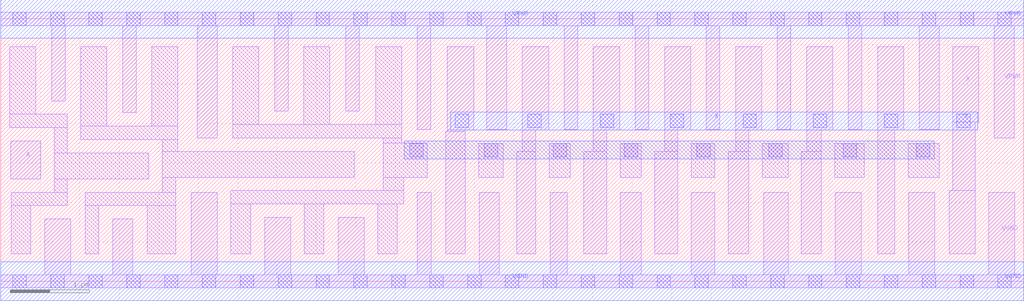
<source format=lef>
# Copyright 2020 The SkyWater PDK Authors
#
# Licensed under the Apache License, Version 2.0 (the "License");
# you may not use this file except in compliance with the License.
# You may obtain a copy of the License at
#
#     https://www.apache.org/licenses/LICENSE-2.0
#
# Unless required by applicable law or agreed to in writing, software
# distributed under the License is distributed on an "AS IS" BASIS,
# WITHOUT WARRANTIES OR CONDITIONS OF ANY KIND, either express or implied.
# See the License for the specific language governing permissions and
# limitations under the License.
#
# SPDX-License-Identifier: Apache-2.0

VERSION 5.7 ;
  NAMESCASESENSITIVE ON ;
  NOWIREEXTENSIONATPIN ON ;
  DIVIDERCHAR "/" ;
  BUSBITCHARS "[]" ;
UNITS
  DATABASE MICRONS 200 ;
END UNITS
MACRO sky130_fd_sc_ls__bufbuf_16
  CLASS CORE ;
  SOURCE USER ;
  FOREIGN sky130_fd_sc_ls__bufbuf_16 ;
  ORIGIN  0.000000  0.000000 ;
  SIZE  12.96000 BY  3.330000 ;
  SYMMETRY X Y ;
  SITE unit ;
  PIN A
    ANTENNAGATEAREA  0.279000 ;
    DIRECTION INPUT ;
    USE SIGNAL ;
    PORT
      LAYER li1 ;
        RECT 0.125000 1.300000 0.505000 1.780000 ;
    END
  END A
  PIN X
    ANTENNADIFFAREA  4.401600 ;
    DIRECTION OUTPUT ;
    USE SIGNAL ;
    PORT
      LAYER li1 ;
        RECT  5.635000 0.350000  5.885000 1.900000 ;
        RECT  5.660000 1.900000  5.885000 1.920000 ;
        RECT  5.660000 1.920000  5.990000 2.980000 ;
        RECT  6.535000 0.350000  6.780000 1.650000 ;
        RECT  6.610000 1.650000  6.780000 1.920000 ;
        RECT  6.610000 1.920000  6.940000 2.980000 ;
        RECT  7.385000 0.350000  7.680000 1.650000 ;
        RECT  7.510000 1.650000  7.680000 1.920000 ;
        RECT  7.510000 1.920000  7.840000 2.980000 ;
        RECT  8.285000 0.350000  8.580000 1.650000 ;
        RECT  8.410000 1.650000  8.580000 1.920000 ;
        RECT  8.410000 1.920000  8.740000 2.980000 ;
        RECT  9.215000 0.350000  9.480000 1.650000 ;
        RECT  9.310000 1.650000  9.480000 1.920000 ;
        RECT  9.310000 1.920000  9.640000 2.980000 ;
        RECT 10.145000 0.350000 10.395000 1.650000 ;
        RECT 10.210000 1.650000 10.395000 1.920000 ;
        RECT 10.210000 1.920000 10.540000 2.980000 ;
        RECT 11.110000 0.350000 11.325000 1.920000 ;
        RECT 11.110000 1.920000 11.440000 2.980000 ;
        RECT 12.015000 0.350000 12.345000 1.150000 ;
        RECT 12.060000 1.150000 12.345000 2.020000 ;
        RECT 12.060000 2.020000 12.390000 2.980000 ;
      LAYER mcon ;
        RECT  5.760000 1.950000  5.930000 2.120000 ;
        RECT  6.675000 1.950000  6.845000 2.120000 ;
        RECT  7.595000 1.950000  7.765000 2.120000 ;
        RECT  8.485000 1.950000  8.655000 2.120000 ;
        RECT  9.405000 1.950000  9.575000 2.120000 ;
        RECT 10.295000 1.950000 10.465000 2.120000 ;
        RECT 11.195000 1.950000 11.365000 2.120000 ;
        RECT 12.115000 1.950000 12.285000 2.120000 ;
      LAYER met1 ;
        RECT 5.700000 1.920000 12.380000 2.150000 ;
    END
  END X
  PIN VGND
    DIRECTION INOUT ;
    SHAPE ABUTMENT ;
    USE GROUND ;
    PORT
      LAYER li1 ;
        RECT  0.000000 -0.085000 12.960000 0.085000 ;
        RECT  0.560000  0.085000  0.890000 0.790000 ;
        RECT  1.420000  0.085000  1.670000 0.790000 ;
        RECT  2.415000  0.085000  2.745000 1.130000 ;
        RECT  3.345000  0.085000  3.675000 0.810000 ;
        RECT  4.275000  0.085000  4.605000 0.810000 ;
        RECT  5.275000  0.085000  5.455000 1.130000 ;
        RECT  6.065000  0.085000  6.315000 1.130000 ;
        RECT  6.960000  0.085000  7.175000 1.130000 ;
        RECT  7.850000  0.085000  8.115000 1.130000 ;
        RECT  8.750000  0.085000  9.045000 1.130000 ;
        RECT  9.665000  0.085000  9.975000 1.130000 ;
        RECT 10.575000  0.085000 10.905000 1.130000 ;
        RECT 11.505000  0.085000 11.835000 1.130000 ;
        RECT 12.515000  0.085000 12.845000 1.130000 ;
      LAYER mcon ;
        RECT  0.155000 -0.085000  0.325000 0.085000 ;
        RECT  0.635000 -0.085000  0.805000 0.085000 ;
        RECT  1.115000 -0.085000  1.285000 0.085000 ;
        RECT  1.595000 -0.085000  1.765000 0.085000 ;
        RECT  2.075000 -0.085000  2.245000 0.085000 ;
        RECT  2.555000 -0.085000  2.725000 0.085000 ;
        RECT  3.035000 -0.085000  3.205000 0.085000 ;
        RECT  3.515000 -0.085000  3.685000 0.085000 ;
        RECT  3.995000 -0.085000  4.165000 0.085000 ;
        RECT  4.475000 -0.085000  4.645000 0.085000 ;
        RECT  4.955000 -0.085000  5.125000 0.085000 ;
        RECT  5.435000 -0.085000  5.605000 0.085000 ;
        RECT  5.915000 -0.085000  6.085000 0.085000 ;
        RECT  6.395000 -0.085000  6.565000 0.085000 ;
        RECT  6.875000 -0.085000  7.045000 0.085000 ;
        RECT  7.355000 -0.085000  7.525000 0.085000 ;
        RECT  7.835000 -0.085000  8.005000 0.085000 ;
        RECT  8.315000 -0.085000  8.485000 0.085000 ;
        RECT  8.795000 -0.085000  8.965000 0.085000 ;
        RECT  9.275000 -0.085000  9.445000 0.085000 ;
        RECT  9.755000 -0.085000  9.925000 0.085000 ;
        RECT 10.235000 -0.085000 10.405000 0.085000 ;
        RECT 10.715000 -0.085000 10.885000 0.085000 ;
        RECT 11.195000 -0.085000 11.365000 0.085000 ;
        RECT 11.675000 -0.085000 11.845000 0.085000 ;
        RECT 12.155000 -0.085000 12.325000 0.085000 ;
        RECT 12.635000 -0.085000 12.805000 0.085000 ;
      LAYER met1 ;
        RECT 0.000000 -0.245000 12.960000 0.245000 ;
    END
  END VGND
  PIN VPWR
    DIRECTION INOUT ;
    SHAPE ABUTMENT ;
    USE POWER ;
    PORT
      LAYER li1 ;
        RECT  0.000000 3.245000 12.960000 3.415000 ;
        RECT  0.645000 2.290000  0.815000 3.245000 ;
        RECT  1.545000 2.140000  1.715000 3.245000 ;
        RECT  2.490000 1.820000  2.740000 3.245000 ;
        RECT  3.470000 2.160000  3.640000 3.245000 ;
        RECT  4.370000 2.160000  4.540000 3.245000 ;
        RECT  5.280000 1.925000  5.450000 3.245000 ;
        RECT  6.160000 1.925000  6.410000 3.245000 ;
        RECT  7.140000 1.925000  7.310000 3.245000 ;
        RECT  8.040000 1.925000  8.210000 3.245000 ;
        RECT  8.940000 1.925000  9.110000 3.245000 ;
        RECT  9.840000 1.925000 10.010000 3.245000 ;
        RECT 10.740000 1.925000 10.910000 3.245000 ;
        RECT 11.640000 1.925000 11.890000 3.245000 ;
        RECT 12.590000 1.820000 12.840000 3.245000 ;
      LAYER mcon ;
        RECT  0.155000 3.245000  0.325000 3.415000 ;
        RECT  0.635000 3.245000  0.805000 3.415000 ;
        RECT  1.115000 3.245000  1.285000 3.415000 ;
        RECT  1.595000 3.245000  1.765000 3.415000 ;
        RECT  2.075000 3.245000  2.245000 3.415000 ;
        RECT  2.555000 3.245000  2.725000 3.415000 ;
        RECT  3.035000 3.245000  3.205000 3.415000 ;
        RECT  3.515000 3.245000  3.685000 3.415000 ;
        RECT  3.995000 3.245000  4.165000 3.415000 ;
        RECT  4.475000 3.245000  4.645000 3.415000 ;
        RECT  4.955000 3.245000  5.125000 3.415000 ;
        RECT  5.435000 3.245000  5.605000 3.415000 ;
        RECT  5.915000 3.245000  6.085000 3.415000 ;
        RECT  6.395000 3.245000  6.565000 3.415000 ;
        RECT  6.875000 3.245000  7.045000 3.415000 ;
        RECT  7.355000 3.245000  7.525000 3.415000 ;
        RECT  7.835000 3.245000  8.005000 3.415000 ;
        RECT  8.315000 3.245000  8.485000 3.415000 ;
        RECT  8.795000 3.245000  8.965000 3.415000 ;
        RECT  9.275000 3.245000  9.445000 3.415000 ;
        RECT  9.755000 3.245000  9.925000 3.415000 ;
        RECT 10.235000 3.245000 10.405000 3.415000 ;
        RECT 10.715000 3.245000 10.885000 3.415000 ;
        RECT 11.195000 3.245000 11.365000 3.415000 ;
        RECT 11.675000 3.245000 11.845000 3.415000 ;
        RECT 12.155000 3.245000 12.325000 3.415000 ;
        RECT 12.635000 3.245000 12.805000 3.415000 ;
      LAYER met1 ;
        RECT 0.000000 3.085000 12.960000 3.575000 ;
    END
  END VPWR
  OBS
    LAYER li1 ;
      RECT  0.115000 1.950000  0.845000 2.120000 ;
      RECT  0.115000 2.120000  0.445000 2.980000 ;
      RECT  0.130000 0.350000  0.380000 0.960000 ;
      RECT  0.130000 0.960000  0.845000 1.130000 ;
      RECT  0.675000 1.130000  0.845000 1.300000 ;
      RECT  0.675000 1.300000  1.875000 1.630000 ;
      RECT  0.675000 1.630000  0.845000 1.950000 ;
      RECT  1.015000 1.800000  2.245000 1.970000 ;
      RECT  1.015000 1.970000  1.345000 2.980000 ;
      RECT  1.070000 0.350000  1.240000 0.960000 ;
      RECT  1.070000 0.960000  2.215000 1.130000 ;
      RECT  1.855000 0.350000  2.215000 0.960000 ;
      RECT  1.915000 1.970000  2.245000 2.980000 ;
      RECT  2.045000 1.130000  2.215000 1.320000 ;
      RECT  2.045000 1.320000  4.480000 1.650000 ;
      RECT  2.045000 1.650000  2.245000 1.800000 ;
      RECT  2.915000 0.350000  3.165000 0.980000 ;
      RECT  2.915000 0.980000  5.105000 1.150000 ;
      RECT  2.940000 1.820000  5.080000 1.990000 ;
      RECT  2.940000 1.990000  3.270000 2.980000 ;
      RECT  3.840000 1.990000  4.170000 2.980000 ;
      RECT  3.845000 0.350000  4.095000 0.980000 ;
      RECT  4.750000 1.990000  5.080000 2.980000 ;
      RECT  4.775000 0.350000  5.025000 0.980000 ;
      RECT  4.845000 1.150000  5.105000 1.320000 ;
      RECT  4.845000 1.320000  5.405000 1.755000 ;
      RECT  4.845000 1.755000  5.080000 1.820000 ;
      RECT  6.055000 1.320000  6.365000 1.750000 ;
      RECT  6.950000 1.320000  7.215000 1.750000 ;
      RECT  7.850000 1.320000  8.115000 1.750000 ;
      RECT  8.750000 1.320000  9.045000 1.750000 ;
      RECT  9.650000 1.320000  9.975000 1.750000 ;
      RECT 10.565000 1.320000 10.940000 1.750000 ;
      RECT 11.495000 1.320000 11.890000 1.750000 ;
    LAYER mcon ;
      RECT  5.180000 1.580000  5.350000 1.750000 ;
      RECT  6.125000 1.580000  6.295000 1.750000 ;
      RECT  7.000000 1.580000  7.170000 1.750000 ;
      RECT  7.900000 1.580000  8.070000 1.750000 ;
      RECT  8.820000 1.580000  8.990000 1.750000 ;
      RECT  9.730000 1.580000  9.900000 1.750000 ;
      RECT 10.675000 1.580000 10.845000 1.750000 ;
      RECT 11.600000 1.580000 11.770000 1.750000 ;
    LAYER met1 ;
      RECT 5.110000 1.550000 11.830000 1.780000 ;
  END
END sky130_fd_sc_ls__bufbuf_16

</source>
